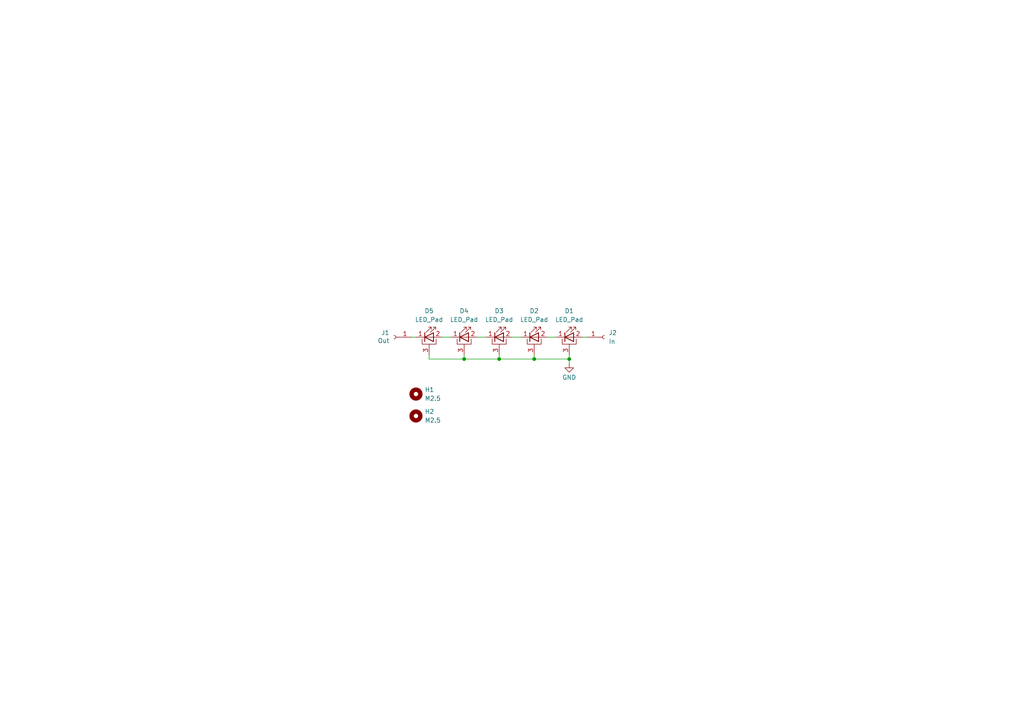
<source format=kicad_sch>
(kicad_sch (version 20231120) (generator "eeschema") (generator_version "8.0")
  (paper "A4")
  (title_block (title "UV Lamp LED Panel") (date "2025-03-30") (rev "v1.0") (company "Szymon Wąchała"))
  (lib_symbols
    (symbol "Connector:Conn_01x01_Socket" (pin_names (offset 1.016) hide)
      (property "Reference" "J" (at 0 2.54 0))
      (property "Value" "Conn_01x01_Socket" (at 0 -2.54 0))
      (symbol "Conn_01x01_Socket_1_1"
        (polyline (pts (xy -1.27 0) (xy -0.508 0)) (stroke (width 0.1524)))
        (arc (start 0 0.508) (mid -0.5058 0) (end 0 -0.508) (stroke (width 0.1524)))
        (pin passive line (at -5.08 0 0) (length 3.81) (name "Pin_1") (number "1"))
      )
    )
    (symbol "Device:LED_Pad" (pin_names (offset 1.016) hide)
      (property "Reference" "D" (at 0 5.715 0))
      (property "Value" "LED_Pad" (at 0 3.81 0))
      (symbol "LED_Pad_0_1"
        (polyline (pts (xy -1.27 -1.27) (xy -1.27 1.27)) (stroke (width 0.254)))
        (polyline (pts (xy -1.27 0) (xy 1.27 0)))
        (polyline (pts (xy 0 -2.54) (xy 0 -2.032)))
        (polyline (pts (xy -2.032 -0.508) (xy -2.032 -2.032) (xy 2.032 -2.032) (xy 2.032 -0.508)))
        (polyline (pts (xy 1.27 -1.27) (xy 1.27 1.27) (xy -1.27 0) (xy 1.27 -1.27)) (stroke (width 0.254)))
        (polyline (pts (xy -0.889 1.397) (xy 0.635 2.921) (xy -0.127 2.921) (xy 0.635 2.921) (xy 0.635 2.159)))
        (polyline (pts (xy 0.381 1.397) (xy 1.905 2.921) (xy 1.143 2.921) (xy 1.905 2.921) (xy 1.905 2.159)))
      )
      (symbol "LED_Pad_1_1"
        (pin passive line (at -3.81 0 0) (length 2.54) (name "K") (number "1"))
        (pin passive line (at 3.81 0 180) (length 2.54) (name "A") (number "2"))
        (pin passive line (at 0 -5.08 90) (length 2.54) (name "PAD") (number "3"))
      )
    )
    (symbol "Mechanical:MountingHole" (pin_names (offset 1.016)) (exclude_from_sim yes) (in_bom no)
      (property "Reference" "H" (at 0 5.08 0))
      (property "Value" "MountingHole" (at 0 3.175 0))
      (symbol "MountingHole_0_1"
        (circle (center 0 0) (radius 1.27) (stroke (width 1.27)))
      )
    )
    (symbol "power:GND" (power) (pin_numbers hide) (pin_names (offset 0) hide)
      (property "Value" "GND" (at 0 -3.81 0))
      (symbol "GND_0_1"
        (polyline (pts (xy 0 0) (xy 0 -1.27) (xy 1.27 -1.27) (xy 0 -2.54) (xy -1.27 -1.27) (xy 0 -1.27)))
      )
      (symbol "GND_1_1"
        (pin power_in line (at 0 0 270) (length 0) (name "~") (number "1"))
      )
    )
  )
  (junction (at 165.1 104.14))
  (junction (at 134.62 104.14))
  (junction (at 154.94 104.14))
  (junction (at 144.78 104.14))
  (wire (pts (xy 134.62 104.14) (xy 144.78 104.14)))
  (wire (pts (xy 134.62 102.87) (xy 134.62 104.14)))
  (wire (pts (xy 154.94 102.87) (xy 154.94 104.14)))
  (wire (pts (xy 124.46 104.14) (xy 134.62 104.14)))
  (wire (pts (xy 144.78 104.14) (xy 154.94 104.14)))
  (wire (pts (xy 128.27 97.79) (xy 130.81 97.79)))
  (wire (pts (xy 165.1 104.14) (xy 165.1 105.41)))
  (wire (pts (xy 154.94 104.14) (xy 165.1 104.14)))
  (wire (pts (xy 158.75 97.79) (xy 161.29 97.79)))
  (wire (pts (xy 119.38 97.79) (xy 120.65 97.79)))
  (wire (pts (xy 124.46 102.87) (xy 124.46 104.14)))
  (wire (pts (xy 148.59 97.79) (xy 151.13 97.79)))
  (wire (pts (xy 168.91 97.79) (xy 170.18 97.79)))
  (wire (pts (xy 165.1 102.87) (xy 165.1 104.14)))
  (wire (pts (xy 138.43 97.79) (xy 140.97 97.79)))
  (wire (pts (xy 144.78 102.87) (xy 144.78 104.14)))
  (symbol (lib_id "Connector:Conn_01x01_Socket") (at 175.26 97.79 0) (unit 1)
    (property "Reference" "J2" (at 176.53 96.5199 0) (effects (justify left)))
    (property "Value" "In" (at 176.53 99.0599 0) (effects (justify left)))
    (property "Footprint" "Connector_Wire:SolderWire-1.5sqmm_1x01_D1.7mm_OD3.9mm" (effects (hide yes)))
    (property "Description" "Generic connector, single row, 01x01, script generated" (effects (hide yes)))
  )
  (symbol (lib_id "Device:LED_Pad") (at 165.1 97.79 0) (unit 1)
    (property "Reference" "D1" (at 165.1 90.17 0))
    (property "Value" "LED_Pad" (at 165.1 92.71 0))
    (property "Footprint" "LED_SMD:LED_Cree-XHP35" (effects (hide yes)))
    (property "Description" "Light emitting diode with pad" (effects (hide yes)))
  )
  (symbol (lib_id "Device:LED_Pad") (at 154.94 97.79 0) (unit 1)
    (property "Reference" "D2" (at 154.94 90.17 0))
    (property "Value" "LED_Pad" (at 154.94 92.71 0))
    (property "Footprint" "LED_SMD:LED_Cree-XHP35" (effects (hide yes)))
    (property "Description" "Light emitting diode with pad" (effects (hide yes)))
  )
  (symbol (lib_id "power:GND") (at 165.1 105.41 0) (unit 1)
    (property "Reference" "#PWR01" (effects (hide yes)))
    (property "Value" "GND" (at 165.1 109.474 0))
    (property "Description" "Power symbol creates a global label with name \"GND\" , ground" (effects (hide yes)))
  )
  (symbol (lib_id "Mechanical:MountingHole") (at 120.65 114.3 0) (unit 1) (exclude_from_sim yes) (in_bom no)
    (property "Reference" "H1" (at 123.19 113.0299 0) (effects (justify left)))
    (property "Value" "M2.5" (at 123.19 115.5699 0) (effects (justify left)))
    (property "Footprint" "MountingHole:MountingHole_2.7mm_M2.5" (effects (hide yes)))
    (property "Description" "Mounting Hole without connection" (effects (hide yes)))
  )
  (symbol (lib_id "Device:LED_Pad") (at 144.78 97.79 0) (unit 1)
    (property "Reference" "D3" (at 144.78 90.17 0))
    (property "Value" "LED_Pad" (at 144.78 92.71 0))
    (property "Footprint" "LED_SMD:LED_Cree-XHP35" (effects (hide yes)))
    (property "Description" "Light emitting diode with pad" (effects (hide yes)))
  )
  (symbol (lib_id "Device:LED_Pad") (at 124.46 97.79 0) (unit 1)
    (property "Reference" "D5" (at 124.46 90.17 0))
    (property "Value" "LED_Pad" (at 124.46 92.71 0))
    (property "Footprint" "LED_SMD:LED_Cree-XHP35" (effects (hide yes)))
    (property "Description" "Light emitting diode with pad" (effects (hide yes)))
  )
  (symbol (lib_id "Mechanical:MountingHole") (at 120.65 120.65 0) (unit 1) (exclude_from_sim yes) (in_bom no)
    (property "Reference" "H2" (at 123.19 119.3799 0) (effects (justify left)))
    (property "Value" "M2.5" (at 123.19 121.9199 0) (effects (justify left)))
    (property "Footprint" "MountingHole:MountingHole_2.7mm_M2.5" (effects (hide yes)))
    (property "Description" "Mounting Hole without connection" (effects (hide yes)))
  )
  (symbol (lib_id "Connector:Conn_01x01_Socket") (at 114.3 97.79 0) (mirror y) (unit 1)
    (property "Reference" "J1" (at 111.76 96.52 0))
    (property "Value" "Out" (at 111.252 98.806 0))
    (property "Footprint" "Connector_Wire:SolderWire-1.5sqmm_1x01_D1.7mm_OD3.9mm" (effects (hide yes)))
    (property "Description" "Generic connector, single row, 01x01, script generated" (effects (hide yes)))
  )
  (symbol (lib_id "Device:LED_Pad") (at 134.62 97.79 0) (unit 1)
    (property "Reference" "D4" (at 134.62 90.17 0))
    (property "Value" "LED_Pad" (at 134.62 92.71 0))
    (property "Footprint" "LED_SMD:LED_Cree-XHP35" (effects (hide yes)))
    (property "Description" "Light emitting diode with pad" (effects (hide yes)))
  )
)
</source>
